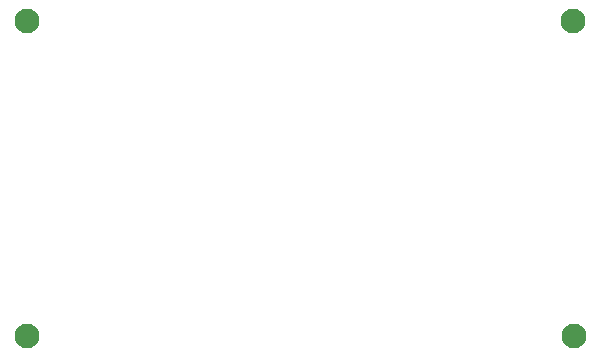
<source format=gbr>
%TF.GenerationSoftware,KiCad,Pcbnew,9.0.5*%
%TF.CreationDate,2025-11-03T15:57:11+06:00*%
%TF.ProjectId,mcu_datalogger,6d63755f-6461-4746-916c-6f676765722e,1*%
%TF.SameCoordinates,Original*%
%TF.FileFunction,NonPlated,1,2,NPTH,Drill*%
%TF.FilePolarity,Positive*%
%FSLAX46Y46*%
G04 Gerber Fmt 4.6, Leading zero omitted, Abs format (unit mm)*
G04 Created by KiCad (PCBNEW 9.0.5) date 2025-11-03 15:57:11*
%MOMM*%
%LPD*%
G01*
G04 APERTURE LIST*
%TA.AperFunction,ComponentDrill*%
%ADD10C,2.100000*%
%TD*%
G04 APERTURE END LIST*
D10*
%TO.C,H1*%
X101582293Y-72992052D03*
%TO.C,H2*%
X101589626Y-99694999D03*
%TO.C,H3*%
X147869232Y-73018200D03*
%TO.C,H4*%
X147935770Y-99694999D03*
M02*

</source>
